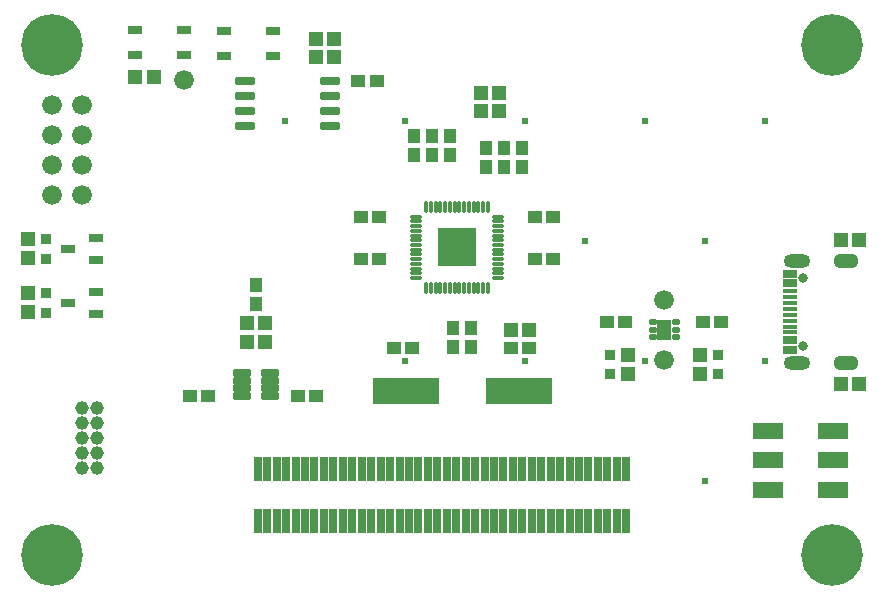
<source format=gts>
G04*
G04 #@! TF.GenerationSoftware,Altium Limited,Altium Designer,24.2.2 (26)*
G04*
G04 Layer_Color=8388736*
%FSLAX44Y44*%
%MOMM*%
G71*
G04*
G04 #@! TF.SameCoordinates,D28C2298-B94A-46E3-96D8-F5CEDD955656*
G04*
G04*
G04 #@! TF.FilePolarity,Negative*
G04*
G01*
G75*
%ADD34R,1.3000X0.4500*%
%ADD35R,1.3000X0.7500*%
%ADD36R,1.2000X1.1500*%
G04:AMPARAMS|DCode=37|XSize=0.6mm|YSize=0.45mm|CornerRadius=0.0825mm|HoleSize=0mm|Usage=FLASHONLY|Rotation=0.000|XOffset=0mm|YOffset=0mm|HoleType=Round|Shape=RoundedRectangle|*
%AMROUNDEDRECTD37*
21,1,0.6000,0.2850,0,0,0.0*
21,1,0.4350,0.4500,0,0,0.0*
1,1,0.1650,0.2175,-0.1425*
1,1,0.1650,-0.2175,-0.1425*
1,1,0.1650,-0.2175,0.1425*
1,1,0.1650,0.2175,0.1425*
%
%ADD37ROUNDEDRECTD37*%
%ADD38R,1.1500X1.7500*%
%ADD39R,0.9500X0.9500*%
%ADD40R,1.1500X1.2000*%
%ADD41C,1.6740*%
%ADD42R,1.1500X1.1000*%
G04:AMPARAMS|DCode=43|XSize=0.3mm|YSize=0.94mm|CornerRadius=0.075mm|HoleSize=0mm|Usage=FLASHONLY|Rotation=0.000|XOffset=0mm|YOffset=0mm|HoleType=Round|Shape=RoundedRectangle|*
%AMROUNDEDRECTD43*
21,1,0.3000,0.7900,0,0,0.0*
21,1,0.1500,0.9400,0,0,0.0*
1,1,0.1500,0.0750,-0.3950*
1,1,0.1500,-0.0750,-0.3950*
1,1,0.1500,-0.0750,0.3950*
1,1,0.1500,0.0750,0.3950*
%
%ADD43ROUNDEDRECTD43*%
%ADD44R,3.2000X3.2000*%
G04:AMPARAMS|DCode=45|XSize=0.94mm|YSize=0.3mm|CornerRadius=0.075mm|HoleSize=0mm|Usage=FLASHONLY|Rotation=0.000|XOffset=0mm|YOffset=0mm|HoleType=Round|Shape=RoundedRectangle|*
%AMROUNDEDRECTD45*
21,1,0.9400,0.1500,0,0,0.0*
21,1,0.7900,0.3000,0,0,0.0*
1,1,0.1500,0.3950,-0.0750*
1,1,0.1500,-0.3950,-0.0750*
1,1,0.1500,-0.3950,0.0750*
1,1,0.1500,0.3950,0.0750*
%
%ADD45ROUNDEDRECTD45*%
G04:AMPARAMS|DCode=46|XSize=1.76mm|YSize=0.73mm|CornerRadius=0.1475mm|HoleSize=0mm|Usage=FLASHONLY|Rotation=0.000|XOffset=0mm|YOffset=0mm|HoleType=Round|Shape=RoundedRectangle|*
%AMROUNDEDRECTD46*
21,1,1.7600,0.4350,0,0,0.0*
21,1,1.4650,0.7300,0,0,0.0*
1,1,0.2950,0.7325,-0.2175*
1,1,0.2950,-0.7325,-0.2175*
1,1,0.2950,-0.7325,0.2175*
1,1,0.2950,0.7325,0.2175*
%
%ADD46ROUNDEDRECTD46*%
%ADD47R,1.1000X1.1500*%
%ADD48R,1.2000X0.8000*%
%ADD49R,2.6500X1.3500*%
%ADD50R,1.1500X0.7500*%
%ADD51R,5.6880X2.2082*%
%ADD52R,0.6500X2.1500*%
G04:AMPARAMS|DCode=53|XSize=1.52mm|YSize=0.63mm|CornerRadius=0.099mm|HoleSize=0mm|Usage=FLASHONLY|Rotation=0.000|XOffset=0mm|YOffset=0mm|HoleType=Round|Shape=RoundedRectangle|*
%AMROUNDEDRECTD53*
21,1,1.5200,0.4320,0,0,0.0*
21,1,1.3220,0.6300,0,0,0.0*
1,1,0.1980,0.6610,-0.2160*
1,1,0.1980,-0.6610,-0.2160*
1,1,0.1980,-0.6610,0.2160*
1,1,0.1980,0.6610,0.2160*
%
%ADD53ROUNDEDRECTD53*%
%ADD54C,0.8000*%
%ADD55O,2.2500X1.1500*%
G04:AMPARAMS|DCode=56|XSize=1.95mm|YSize=1.15mm|CornerRadius=0.325mm|HoleSize=0mm|Usage=FLASHONLY|Rotation=180.000|XOffset=0mm|YOffset=0mm|HoleType=Round|Shape=RoundedRectangle|*
%AMROUNDEDRECTD56*
21,1,1.9500,0.5000,0,0,180.0*
21,1,1.3000,1.1500,0,0,180.0*
1,1,0.6500,-0.6500,0.2500*
1,1,0.6500,0.6500,0.2500*
1,1,0.6500,0.6500,-0.2500*
1,1,0.6500,-0.6500,-0.2500*
%
%ADD56ROUNDEDRECTD56*%
%ADD57C,1.1500*%
%ADD58C,5.2300*%
%ADD59C,0.6072*%
D34*
X624840Y188280D02*
D03*
Y193280D02*
D03*
Y198280D02*
D03*
Y223280D02*
D03*
Y218280D02*
D03*
Y213280D02*
D03*
Y203280D02*
D03*
Y208280D02*
D03*
D35*
Y229780D02*
D03*
Y181780D02*
D03*
Y237780D02*
D03*
Y173780D02*
D03*
D36*
X683640Y144780D02*
D03*
X667640D02*
D03*
X683640Y266700D02*
D03*
X667640D02*
D03*
X70260Y404540D02*
D03*
X86260D02*
D03*
X239140Y436880D02*
D03*
X223140D02*
D03*
X239140Y421640D02*
D03*
X223140D02*
D03*
X362840Y391160D02*
D03*
X378840D02*
D03*
X362840Y375920D02*
D03*
X378840D02*
D03*
X388240Y190500D02*
D03*
X404240D02*
D03*
D37*
X508410Y197000D02*
D03*
X508410Y190500D02*
D03*
Y184000D02*
D03*
X527910D02*
D03*
Y190500D02*
D03*
Y197000D02*
D03*
D38*
X518160Y190500D02*
D03*
D39*
X472440Y153040D02*
D03*
Y169540D02*
D03*
X563880Y153040D02*
D03*
X563880Y169540D02*
D03*
X-5000Y267330D02*
D03*
X-5000Y250830D02*
D03*
X-5000Y205110D02*
D03*
Y221610D02*
D03*
D40*
X487680Y153290D02*
D03*
Y169290D02*
D03*
X548640Y153290D02*
D03*
Y169290D02*
D03*
X180340Y179960D02*
D03*
Y195960D02*
D03*
X165100Y195960D02*
D03*
X165100Y179960D02*
D03*
X-20240Y267080D02*
D03*
Y251080D02*
D03*
X-20240Y221360D02*
D03*
X-20240Y205360D02*
D03*
D41*
X518160Y165100D02*
D03*
X111760Y402000D02*
D03*
X518160Y215900D02*
D03*
X0Y355600D02*
D03*
Y304800D02*
D03*
X25400Y355600D02*
D03*
Y304800D02*
D03*
X0Y381000D02*
D03*
Y330200D02*
D03*
X25400Y381000D02*
D03*
Y330200D02*
D03*
D42*
X485520Y197000D02*
D03*
X469520D02*
D03*
X550800D02*
D03*
X566800D02*
D03*
X261240Y286350D02*
D03*
X277240D02*
D03*
X408560D02*
D03*
X424560D02*
D03*
X259080Y401320D02*
D03*
X275080D02*
D03*
X388240Y175260D02*
D03*
X404240D02*
D03*
X277240Y250350D02*
D03*
X261240D02*
D03*
X132460Y134620D02*
D03*
X116460D02*
D03*
X424560Y250350D02*
D03*
X408560D02*
D03*
X289180Y175260D02*
D03*
X305180D02*
D03*
X223900Y134620D02*
D03*
X207900D02*
D03*
D43*
X348900Y294700D02*
D03*
X344900D02*
D03*
X316900D02*
D03*
X320900D02*
D03*
X324900D02*
D03*
X328900D02*
D03*
X332900D02*
D03*
X336900D02*
D03*
X340900D02*
D03*
X352900D02*
D03*
X356900D02*
D03*
X360900D02*
D03*
X364900D02*
D03*
X368900D02*
D03*
Y226000D02*
D03*
X364900D02*
D03*
X360900D02*
D03*
X356900D02*
D03*
X352900D02*
D03*
X348900D02*
D03*
X344900D02*
D03*
X340900D02*
D03*
X336900D02*
D03*
X332900D02*
D03*
X328900D02*
D03*
X324900D02*
D03*
X320900D02*
D03*
X316900D02*
D03*
D44*
X342900Y260350D02*
D03*
D45*
X377250Y286350D02*
D03*
Y282350D02*
D03*
Y278350D02*
D03*
Y274350D02*
D03*
Y270350D02*
D03*
Y266350D02*
D03*
Y262350D02*
D03*
Y258350D02*
D03*
Y254350D02*
D03*
Y250350D02*
D03*
Y246350D02*
D03*
Y242350D02*
D03*
Y238350D02*
D03*
Y234350D02*
D03*
X308550D02*
D03*
Y238350D02*
D03*
Y242350D02*
D03*
Y246350D02*
D03*
Y250350D02*
D03*
Y254350D02*
D03*
Y258350D02*
D03*
Y262350D02*
D03*
Y266350D02*
D03*
Y270350D02*
D03*
Y274350D02*
D03*
Y286350D02*
D03*
Y278350D02*
D03*
Y282350D02*
D03*
D46*
X235440Y401320D02*
D03*
Y388620D02*
D03*
Y375920D02*
D03*
Y363220D02*
D03*
X163340D02*
D03*
Y375920D02*
D03*
Y388620D02*
D03*
Y401320D02*
D03*
D47*
X172650Y228270D02*
D03*
Y212270D02*
D03*
X382270Y344550D02*
D03*
Y328550D02*
D03*
X367030D02*
D03*
Y344550D02*
D03*
X397510Y328550D02*
D03*
Y344550D02*
D03*
X354330Y192150D02*
D03*
Y176150D02*
D03*
X321310Y354710D02*
D03*
Y338710D02*
D03*
X336550Y354710D02*
D03*
Y338710D02*
D03*
X339090Y176150D02*
D03*
Y192150D02*
D03*
X306070Y354710D02*
D03*
Y338710D02*
D03*
D48*
X111760Y423000D02*
D03*
X70260D02*
D03*
X111760Y444500D02*
D03*
X70260D02*
D03*
X187120Y422320D02*
D03*
X145620D02*
D03*
X187120Y443820D02*
D03*
X145620D02*
D03*
D49*
X606230Y105220D02*
D03*
X606230Y80220D02*
D03*
X606230Y55220D02*
D03*
X661230Y105220D02*
D03*
Y80220D02*
D03*
Y55220D02*
D03*
D50*
X37480Y249580D02*
D03*
X37480Y268580D02*
D03*
X13480Y259080D02*
D03*
X37480Y203860D02*
D03*
Y222860D02*
D03*
X13480Y213360D02*
D03*
D51*
X394970Y138430D02*
D03*
X299974D02*
D03*
D52*
X174200Y72800D02*
D03*
Y28800D02*
D03*
X182200Y72800D02*
D03*
Y28800D02*
D03*
X190200Y72800D02*
D03*
Y28800D02*
D03*
X198200Y72800D02*
D03*
Y28800D02*
D03*
X206200Y72800D02*
D03*
Y28800D02*
D03*
X214200Y72800D02*
D03*
Y28800D02*
D03*
X222200Y72800D02*
D03*
Y28800D02*
D03*
X230200Y72800D02*
D03*
Y28800D02*
D03*
X238200Y72800D02*
D03*
Y28800D02*
D03*
X246200Y72800D02*
D03*
Y28800D02*
D03*
X254200Y72800D02*
D03*
Y28800D02*
D03*
X262200Y72800D02*
D03*
Y28800D02*
D03*
X270200Y72800D02*
D03*
Y28800D02*
D03*
X278200Y72800D02*
D03*
Y28800D02*
D03*
X286200Y72800D02*
D03*
Y28800D02*
D03*
X294200Y72800D02*
D03*
Y28800D02*
D03*
X302200Y72800D02*
D03*
Y28800D02*
D03*
X310200Y72800D02*
D03*
Y28800D02*
D03*
X318200Y72800D02*
D03*
Y28800D02*
D03*
X326200Y72800D02*
D03*
Y28800D02*
D03*
X334200Y72800D02*
D03*
Y28800D02*
D03*
X342200Y72800D02*
D03*
Y28800D02*
D03*
X350200Y72800D02*
D03*
Y28800D02*
D03*
X358200Y72800D02*
D03*
Y28800D02*
D03*
X366200Y72800D02*
D03*
Y28800D02*
D03*
X374200Y72800D02*
D03*
Y28800D02*
D03*
X382200Y72800D02*
D03*
Y28800D02*
D03*
X390200Y72800D02*
D03*
Y28800D02*
D03*
X398200Y72800D02*
D03*
Y28800D02*
D03*
X406200Y72800D02*
D03*
Y28800D02*
D03*
X414200Y72800D02*
D03*
Y28800D02*
D03*
X422200Y72800D02*
D03*
Y28800D02*
D03*
X430200Y72800D02*
D03*
Y28800D02*
D03*
X438200Y72800D02*
D03*
Y28800D02*
D03*
X446200Y72800D02*
D03*
Y28800D02*
D03*
X454200Y72800D02*
D03*
Y28800D02*
D03*
X462200Y72800D02*
D03*
Y28800D02*
D03*
X470200Y72800D02*
D03*
Y28800D02*
D03*
X478200Y72800D02*
D03*
Y28800D02*
D03*
X486200Y72800D02*
D03*
Y28800D02*
D03*
D53*
X161150Y153820D02*
D03*
Y147320D02*
D03*
Y140820D02*
D03*
Y134320D02*
D03*
X184150D02*
D03*
Y140820D02*
D03*
Y147320D02*
D03*
Y153820D02*
D03*
D54*
X635590Y176880D02*
D03*
Y234680D02*
D03*
D55*
X630590Y248980D02*
D03*
Y162580D02*
D03*
D56*
X672390Y248980D02*
D03*
Y162580D02*
D03*
D57*
X38100Y124460D02*
D03*
Y111760D02*
D03*
Y99060D02*
D03*
Y86360D02*
D03*
Y73660D02*
D03*
X25400Y124460D02*
D03*
Y111760D02*
D03*
Y99060D02*
D03*
Y86360D02*
D03*
Y73660D02*
D03*
D58*
X0Y431800D02*
D03*
X660400D02*
D03*
X0Y0D02*
D03*
X660400D02*
D03*
D59*
X400050Y163830D02*
D03*
X298450Y367030D02*
D03*
X501650D02*
D03*
Y163830D02*
D03*
X603250D02*
D03*
Y367030D02*
D03*
X298450Y163830D02*
D03*
X400050Y367030D02*
D03*
X552450Y62230D02*
D03*
Y265430D02*
D03*
X450850D02*
D03*
X196850Y367030D02*
D03*
M02*

</source>
